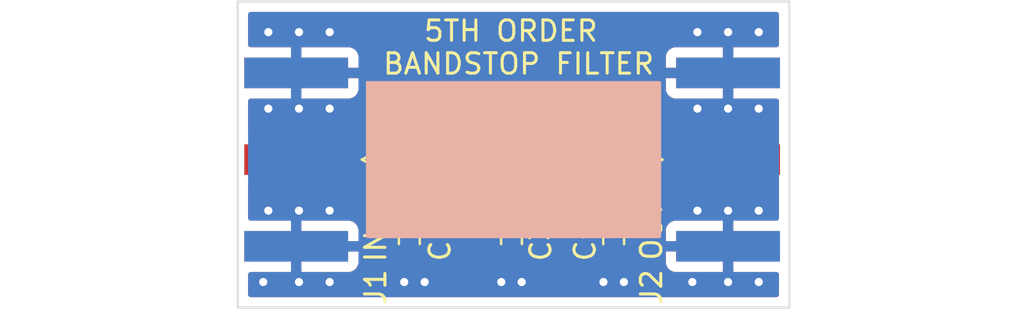
<source format=kicad_pcb>
(kicad_pcb (version 20211014) (generator pcbnew)
  (layers (0 "F.Cu" signal) (1 "In1.Cu" signal) (2 "In2.Cu" signal) (31 "B.Cu" signal) (34 "B.Paste" user) (35 "F.Paste" user) (36 "B.SilkS" user "B.Silkscreen") (37 "F.SilkS" user "F.Silkscreen") (38 "B.Mask" user) (39 "F.Mask" user) (44 "Edge.Cuts" user))
  (net 0 "")
  (net 1 "Net-(L1-Pad1)")
  (net 2 "Net-(L2-Pad2)")
  (net 3 "Net-(J1-Pad1)")
  (net 4 "GND")
  (net 5 "Net-(L3-Pad1)")
  (net 6 "Net-(J2-Pad1)")
  (net 7 "Net-(L5-Pad1)")
  (footprint "Inductor_SMD:L_0603_1608Metric" (layer "F.Cu") (at 126.4 85.75)
    (fp_text reference "L2" (at 0 -1.43) (layer "F.SilkS"))
    (fp_text value "L")
    (fp_line (start -0.162779 0.51) (end 0.162779 0.51) (layer "F.SilkS") (width 0.12))
    (fp_line (start -0.162779 -0.51) (end 0.162779 -0.51) (layer "F.SilkS") (width 0.12))
    (pad "1" smd roundrect (at -0.7875 0) (size 0.875 0.95) (layers "F.Cu" "F.Paste" "F.Mask") (net 3 "Net-(J1-Pad1)"))
    (pad "2" smd roundrect (at 0.7875 0) (size 0.875 0.95) (layers "F.Cu" "F.Paste" "F.Mask") (net 2 "Net-(L2-Pad2)"))
  )
  (footprint "Inductor_SMD:L_0603_1608Metric" (layer "F.Cu") (at 128.9 88.2875 90)
    (fp_text reference "L3" (at 2.5375 0 90) (layer "F.SilkS"))
    (fp_text value "L")
    (fp_line (start -0.162779 0.51) (end 0.162779 0.51) (layer "F.SilkS") (width 0.12))
    (fp_line (start -0.162779 -0.51) (end 0.162779 -0.51) (layer "F.SilkS") (width 0.12))
    (pad "1" smd roundrect (at -0.7875 0 90) (size 0.875 0.95) (layers "F.Cu" "F.Paste" "F.Mask") (net 5 "Net-(L3-Pad1)"))
    (pad "2" smd roundrect (at 0.7875 0 90) (size 0.875 0.95) (layers "F.Cu" "F.Paste" "F.Mask") (net 2 "Net-(L2-Pad2)"))
  )
  (footprint "Capacitor_SMD:C_0603_1608Metric" (layer "F.Cu") (at 123.9 91.5 -90)
    (fp_text reference "C1" (at 0 -1.5 90) (layer "F.SilkS"))
    (fp_text value "CAP")
    (fp_line (start -0.14058 0.51) (end 0.14058 0.51) (layer "F.SilkS") (width 0.12))
    (fp_line (start -0.14058 -0.51) (end 0.14058 -0.51) (layer "F.SilkS") (width 0.12))
    (pad "1" smd roundrect (at -0.775 0 270) (size 0.9 0.95) (layers "F.Cu" "F.Paste" "F.Mask") (net 1 "Net-(L1-Pad1)"))
    (pad "2" smd roundrect (at 0.775 0 270) (size 0.9 0.95) (layers "F.Cu" "F.Paste" "F.Mask") (net 4 "GND"))
  )
  (footprint "Inductor_SMD:L_0603_1608Metric" (layer "F.Cu") (at 133.9 88.2875 90)
    (fp_text reference "L5" (at 2.75 0 90) (layer "F.SilkS"))
    (fp_text value "L")
    (fp_line (start -0.162779 -0.51) (end 0.162779 -0.51) (layer "F.SilkS") (width 0.12))
    (fp_line (start -0.162779 0.51) (end 0.162779 0.51) (layer "F.SilkS") (width 0.12))
    (pad "1" smd roundrect (at -0.7875 0 90) (size 0.875 0.95) (layers "F.Cu" "F.Paste" "F.Mask") (net 7 "Net-(L5-Pad1)"))
    (pad "2" smd roundrect (at 0.7875 0 90) (size 0.875 0.95) (layers "F.Cu" "F.Paste" "F.Mask") (net 6 "Net-(J2-Pad1)"))
  )
  (footprint "Capacitor_SMD:C_0603_1608Metric" (layer "F.Cu") (at 131.325 87.5 180)
    (fp_text reference "C4" (at 0 -1.43) (layer "F.SilkS"))
    (fp_text value "CAP")
    (fp_line (start -0.14058 -0.51) (end 0.14058 -0.51) (layer "F.SilkS") (width 0.12))
    (fp_line (start -0.14058 0.51) (end 0.14058 0.51) (layer "F.SilkS") (width 0.12))
    (pad "1" smd roundrect (at -0.775 0 180) (size 0.9 0.95) (layers "F.Cu" "F.Paste" "F.Mask") (net 6 "Net-(J2-Pad1)"))
    (pad "2" smd roundrect (at 0.775 0 180) (size 0.9 0.95) (layers "F.Cu" "F.Paste" "F.Mask") (net 2 "Net-(L2-Pad2)"))
  )
  (footprint "Connector_Coaxial:SMA_Amphenol_132289_EdgeMount" (layer "F.Cu") (at 118.3625 87.5 180)
    (fp_text reference "J1" (at -3.8875 -6.25 90) (layer "F.SilkS"))
    (fp_text value "Conn_Coaxial")
    (fp_line (start -3.21 0) (end -3.71 -0.25) (layer "F.SilkS") (width 0.12))
    (fp_line (start -3.71 -0.25) (end -3.71 0.25) (layer "F.SilkS") (width 0.12))
    (fp_line (start -3.71 0.25) (end -3.21 0) (layer "F.SilkS") (width 0.12))
    (pad "1" smd rect (at 0 0 270) (size 1.5 5.08) (layers "F.Cu" "F.Paste" "F.Mask") (net 3 "Net-(J1-Pad1)"))
    (pad "2" smd rect (at 0 -4.25 270) (size 1.5 5.08) (layers "F.Cu" "F.Paste" "F.Mask") (net 4 "GND"))
    (pad "2" smd rect (at 0 4.25 270) (size 1.5 5.08) (layers "F.Cu" "F.Paste" "F.Mask") (net 4 "GND"))
    (pad "2" smd rect (at 0 -4.25 270) (size 1.5 5.08) (layers "B.Cu" "B.Paste" "B.Mask") (net 4 "GND"))
    (pad "2" smd rect (at 0 4.25 270) (size 1.5 5.08) (layers "B.Cu" "B.Paste" "B.Mask") (net 4 "GND"))
  )
  (footprint "Connector_Coaxial:SMA_Amphenol_132289_EdgeMount" (layer "F.Cu") (at 139.5 87.5)
    (fp_text reference "J2" (at -3.75 6.25 90) (layer "F.SilkS"))
    (fp_text value "Conn_Coaxial")
    (fp_line (start -3.71 -0.25) (end -3.71 0.25) (layer "F.SilkS") (width 0.12))
    (fp_line (start -3.71 0.25) (end -3.21 0) (layer "F.SilkS") (width 0.12))
    (fp_line (start -3.21 0) (end -3.71 -0.25) (layer "F.SilkS") (width 0.12))
    (pad "1" smd rect (at 0 0 90) (size 1.5 5.08) (layers "F.Cu" "F.Paste" "F.Mask") (net 6 "Net-(J2-Pad1)"))
    (pad "2" smd rect (at 0 -4.25 90) (size 1.5 5.08) (layers "B.Cu" "B.Paste" "B.Mask") (net 4 "GND"))
    (pad "2" smd rect (at 0 -4.25 90) (size 1.5 5.08) (layers "F.Cu" "F.Paste" "F.Mask") (net 4 "GND"))
    (pad "2" smd rect (at 0 4.25 90) (size 1.5 5.08) (layers "F.Cu" "F.Paste" "F.Mask") (net 4 "GND"))
    (pad "2" smd rect (at 0 4.25 90) (size 1.5 5.08) (layers "B.Cu" "B.Paste" "B.Mask") (net 4 "GND"))
  )
  (footprint "Capacitor_SMD:C_0603_1608Metric" (layer "F.Cu") (at 133.9 91.5 -90)
    (fp_text reference "C5" (at 0 1.4 90) (layer "F.SilkS"))
    (fp_text value "CAP")
    (fp_line (start -0.14058 0.51) (end 0.14058 0.51) (layer "F.SilkS") (width 0.12))
    (fp_line (start -0.14058 -0.51) (end 0.14058 -0.51) (layer "F.SilkS") (width 0.12))
    (pad "1" smd roundrect (at -0.775 0 270) (size 0.9 0.95) (layers "F.Cu" "F.Paste" "F.Mask") (net 7 "Net-(L5-Pad1)"))
    (pad "2" smd roundrect (at 0.775 0 270) (size 0.9 0.95) (layers "F.Cu" "F.Paste" "F.Mask") (net 4 "GND"))
  )
  (footprint "Capacitor_SMD:C_0603_1608Metric" (layer "F.Cu") (at 128.9 91.5 -90)
    (fp_text reference "C3" (at 0 -1.43 90) (layer "F.SilkS"))
    (fp_text value "CAP")
    (fp_line (start -0.14058 -0.51) (end 0.14058 -0.51) (layer "F.SilkS") (width 0.12))
    (fp_line (start -0.14058 0.51) (end 0.14058 0.51) (layer "F.SilkS") (width 0.12))
    (pad "1" smd roundrect (at -0.775 0 270) (size 0.9 0.95) (layers "F.Cu" "F.Paste" "F.Mask") (net 5 "Net-(L3-Pad1)"))
    (pad "2" smd roundrect (at 0.775 0 270) (size 0.9 0.95) (layers "F.Cu" "F.Paste" "F.Mask") (net 4 "GND"))
  )
  (footprint "Capacitor_SMD:C_0603_1608Metric" (layer "F.Cu") (at 126.4 87.5 180)
    (fp_text reference "C2" (at 0 -1.5) (layer "F.SilkS"))
    (fp_text value "CAP")
    (fp_line (start -0.14058 -0.51) (end 0.14058 -0.51) (layer "F.SilkS") (width 0.12))
    (fp_line (start -0.14058 0.51) (end 0.14058 0.51) (layer "F.SilkS") (width 0.12))
    (pad "1" smd roundrect (at -0.775 0 180) (size 0.9 0.95) (layers "F.Cu" "F.Paste" "F.Mask") (net 2 "Net-(L2-Pad2)"))
    (pad "2" smd roundrect (at 0.775 0 180) (size 0.9 0.95) (layers "F.Cu" "F.Paste" "F.Mask") (net 3 "Net-(J1-Pad1)"))
  )
  (footprint "Inductor_SMD:L_0603_1608Metric" (layer "F.Cu") (at 123.9 88.2875 90)
    (fp_text reference "L1" (at 2.5375 0 90) (layer "F.SilkS"))
    (fp_text value "L")
    (fp_line (start -0.162779 -0.51) (end 0.162779 -0.51) (layer "F.SilkS") (width 0.12))
    (fp_line (start -0.162779 0.51) (end 0.162779 0.51) (layer "F.SilkS") (width 0.12))
    (pad "1" smd roundrect (at -0.7875 0 90) (size 0.875 0.95) (layers "F.Cu" "F.Paste" "F.Mask") (net 1 "Net-(L1-Pad1)"))
    (pad "2" smd roundrect (at 0.7875 0 90) (size 0.875 0.95) (layers "F.Cu" "F.Paste" "F.Mask") (net 3 "Net-(J1-Pad1)"))
  )
  (footprint "Inductor_SMD:L_0603_1608Metric" (layer "F.Cu") (at 131.3375 85.75)
    (fp_text reference "L4" (at 0 -1.43) (layer "F.SilkS"))
    (fp_text value "L")
    (fp_line (start -0.162779 0.51) (end 0.162779 0.51) (layer "F.SilkS") (width 0.12))
    (fp_line (start -0.162779 -0.51) (end 0.162779 -0.51) (layer "F.SilkS") (width 0.12))
    (pad "1" smd roundrect (at -0.7875 0) (size 0.875 0.95) (layers "F.Cu" "F.Paste" "F.Mask") (net 2 "Net-(L2-Pad2)"))
    (pad "2" smd roundrect (at 0.7875 0) (size 0.875 0.95) (layers "F.Cu" "F.Paste" "F.Mask") (net 6 "Net-(J2-Pad1)"))
  )
  (gr_rect (start 121.875 83.75) (end 136.125 91.25) (layer "B.SilkS") (width 0.2) (fill solid))
  (gr_rect (start 142.5 94.75) (end 115.5 79.75) (layer "Edge.Cuts") (width 0.1) (fill none))
  (gr_text "OUT\n" (at 135.75 91 90) (layer "F.SilkS") (effects (font (size 1 1))))
  (gr_text "IN" (at 122.25 91.75 90) (layer "F.SilkS") (effects (font (size 1 1))))
  (gr_text "5TH ORDER \nBANDSTOP FILTER\n" (at 129.25 82) (layer "F.SilkS") (effects (font (size 1 1))))
  (segment (start 123.9 89.075) (end 123.9 90.725) (width 0.29337) (layer "F.Cu") (net 1))
  (segment (start 127.1875 87.4875) (end 127.175 87.5) (width 0.29337) (layer "F.Cu") (net 2))
  (segment (start 127.175 87.5) (end 130.55 87.5) (width 0.29337) (layer "F.Cu") (net 2))
  (segment (start 127.1875 85.75) (end 127.1875 87.4875) (width 0.29337) (layer "F.Cu") (net 2))
  (segment (start 130.55 85.75) (end 130.55 87.5) (width 0.29337) (layer "F.Cu") (net 2))
  (segment (start 125.625 85.7625) (end 125.6125 85.75) (width 0.29337) (layer "F.Cu") (net 3))
  (segment (start 125.625 87.5) (end 125.625 85.7625) (width 0.29337) (layer "F.Cu") (net 3))
  (segment (start 118.3625 87.5) (end 125.625 87.5) (width 0.29337) (layer "F.Cu") (net 3))
  (via (at 141 81.25) (size 0.8) (drill 0.4) (layers "F.Cu" "B.Cu") (net 4))
  (via (at 138 81.25) (size 0.8) (drill 0.4) (layers "F.Cu" "B.Cu") (net 4))
  (via (at 116.75 93.5) (size 0.8) (drill 0.4) (layers "F.Cu" "B.Cu") (net 4))
  (via (at 141 93.5) (size 0.8) (drill 0.4) (layers "F.Cu" "B.Cu") (net 4))
  (via (at 133.4 93.5) (size 0.8) (drill 0.4) (layers "F.Cu" "B.Cu") (net 4))
  (via (at 124.65 93.5) (size 0.8) (drill 0.4) (layers "F.Cu" "B.Cu") (net 4))
  (via (at 120 81.25) (size 0.8) (drill 0.4) (layers "F.Cu" "B.Cu") (net 4))
  (via (at 118.5 93.5) (size 0.8) (drill 0.4) (layers "F.Cu" "B.Cu") (net 4))
  (via (at 120 93.5) (size 0.8) (drill 0.4) (layers "F.Cu" "B.Cu") (net 4))
  (via (at 117 90) (size 0.8) (drill 0.4) (layers "F.Cu" "B.Cu") (net 4))
  (via (at 117 81.25) (size 0.8) (drill 0.4) (layers "F.Cu" "B.Cu") (net 4))
  (via (at 141 90) (size 0.8) (drill 0.4) (layers "F.Cu" "B.Cu") (net 4))
  (via (at 139.5 90) (size 0.8) (drill 0.4) (layers "F.Cu" "B.Cu") (net 4))
  (via (at 129.4 93.5) (size 0.8) (drill 0.4) (layers "F.Cu" "B.Cu") (net 4))
  (via (at 117 85) (size 0.8) (drill 0.4) (layers "F.Cu" "B.Cu") (net 4))
  (via (at 139.5 85) (size 0.8) (drill 0.4) (layers "F.Cu" "B.Cu") (net 4))
  (via (at 138 85) (size 0.8) (drill 0.4) (layers "F.Cu" "B.Cu") (net 4))
  (via (at 123.65 93.5) (size 0.8) (drill 0.4) (layers "F.Cu" "B.Cu") (net 4))
  (via (at 139.5 93.5) (size 0.8) (drill 0.4) (layers "F.Cu" "B.Cu") (net 4))
  (via (at 118.5 90) (size 0.8) (drill 0.4) (layers "F.Cu" "B.Cu") (net 4))
  (via (at 118.5 85) (size 0.8) (drill 0.4) (layers "F.Cu" "B.Cu") (net 4))
  (via (at 138 90) (size 0.8) (drill 0.4) (layers "F.Cu" "B.Cu") (net 4))
  (via (at 141 85) (size 0.8) (drill 0.4) (layers "F.Cu" "B.Cu") (net 4))
  (via (at 139.5 81.25) (size 0.8) (drill 0.4) (layers "F.Cu" "B.Cu") (net 4))
  (via (at 118.5 81.25) (size 0.8) (drill 0.4) (layers "F.Cu" "B.Cu") (net 4))
  (via (at 128.4 93.5) (size 0.8) (drill 0.4) (layers "F.Cu" "B.Cu") (net 4))
  (via (at 120 85) (size 0.8) (drill 0.4) (layers "F.Cu" "B.Cu") (net 4))
  (via (at 134.4 93.5) (size 0.8) (drill 0.4) (layers "F.Cu" "B.Cu") (net 4))
  (via (at 137.75 93.5) (size 0.8) (drill 0.4) (layers "F.Cu" "B.Cu") (net 4))
  (via (at 120 90) (size 0.8) (drill 0.4) (layers "F.Cu" "B.Cu") (net 4))
  (segment (start 128.9 89.075) (end 128.9 90.725) (width 0.29337) (layer "F.Cu") (net 5))
  (segment (start 132.125 85.75) (end 132.125 87.475) (width 0.29337) (layer "F.Cu") (net 6))
  (segment (start 132.125 87.475) (end 132.1 87.5) (width 0.29337) (layer "F.Cu") (net 6))
  (segment (start 132.1 87.5) (end 139.5 87.5) (width 0.29337) (layer "F.Cu") (net 6))
  (segment (start 133.9 89.075) (end 133.9 90.725) (width 0.25) (layer "F.Cu") (net 7))
  (zone (net 4) (net_name "GND") (layers "F.Cu" "In1.Cu" "In2.Cu" "B.Cu") (connect_pads (clearance 0.508)) (min_thickness 0.254) (fill yes (thermal_gap 0.508) (thermal_bridge_width 0.508))
    (polygon (pts (xy 142.5 94.75) (xy 115.5 94.75) (xy 115.5 79.75) (xy 142.5 79.75)))
  )
)
</source>
